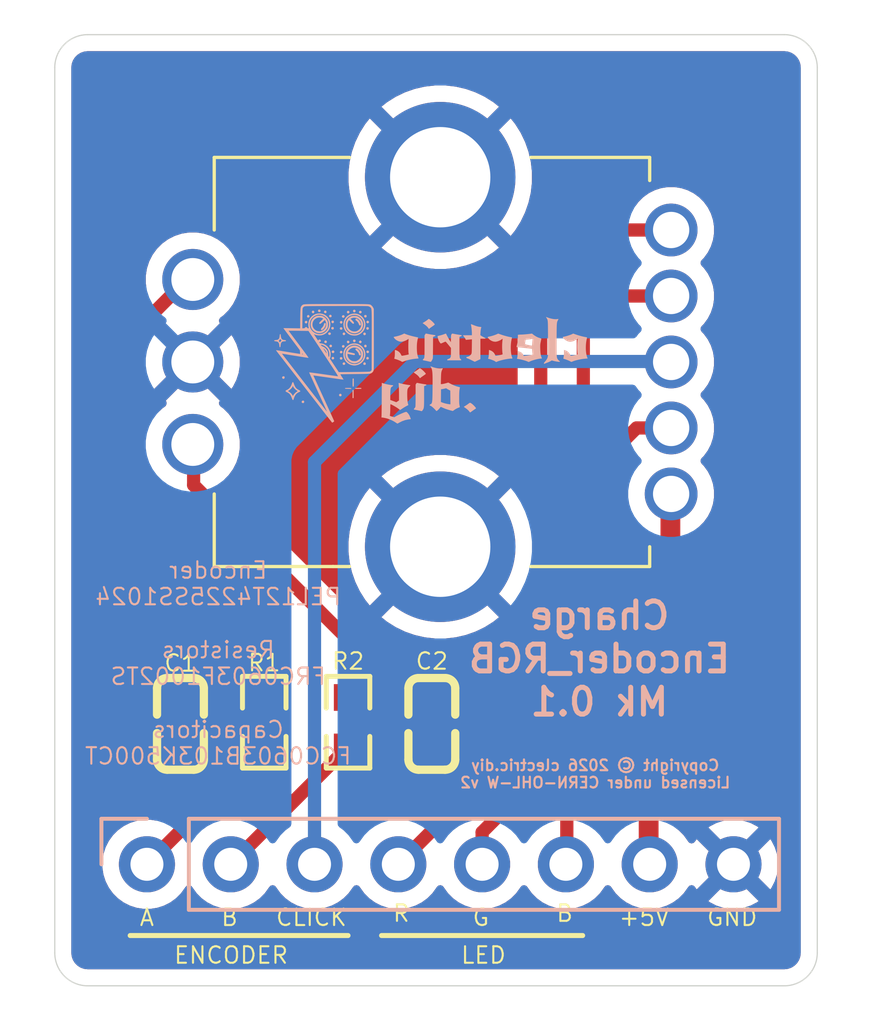
<source format=kicad_pcb>
(kicad_pcb (version 20241229) (generator "pcbnew") (generator_version "9.0")
  (title_block (title "Charge Potentiometer_RGB") (date "2026-02-20") (rev "Mk 0.1") (company "clectric.diy") (comment 1 "Copyright © 2026 clectric.diy Licensed under CERN-OHL-W v2") (comment 2 "Charles H. Leggett"))
  (layers (0 "F.Cu" signal "Front") (2 "B.Cu" signal "Back") (13 "F.Paste" user) (15 "B.Paste" user) (5 "F.SilkS" user "F.Silkscreen") (7 "B.SilkS" user "B.Silkscreen") (1 "F.Mask" user) (3 "B.Mask" user) (25 "Edge.Cuts" user))
  (net 0 "")
  (net 1 "LED_GREEN")
  (net 2 "LED_RED")
  (net 3 "LED_BLUE")
  (net 4 "ENC_A")
  (net 5 "GND")
  (net 6 "ENC_B")
  (net 7 "+5V")
  (net 8 "ENC_CLICK")
  (footprint "clectric-diy:R0603" (layer "F.Cu") (at 102.028 94.675 -90)
    (property "Reference" "R1" (at -1.8 0 0) (layer "F.SilkS") (effects (font (size 0.5 0.5) (thickness 0.0625))))
    (property "Value" "10K")
    (pad "1" smd rect (at -0.75 0 270) (size 0.81 0.86) (layers "F.Cu" "F.Mask" "F.Paste") (net 4 "ENC_A"))
    (pad "2" smd rect (at 0.75 0 270) (size 0.81 0.86) (layers "F.Cu" "F.Mask" "F.Paste") (net 4 "ENC_A"))
  )
  (footprint "clectric-diy:PEL12T4225SS1024" (layer "F.Cu") (at 107.112 83.756 -90)
    (property "Reference" "S1" (hide yes))
    (property "Value" "PEL12T-4225S-S1024" (hide yes))
    (pad "1" thru_hole circle (at -4 -7.25 270) (size 1.6 1.6) (drill 1.1) (layers "*.Cu" "*.Mask") (net 2 "LED_RED"))
    (pad "2" thru_hole circle (at -2 -7.25 270) (size 1.6 1.6) (drill 1.1) (layers "*.Cu" "*.Mask") (net 1 "LED_GREEN"))
    (pad "3" thru_hole circle (at 0 -7.25 270) (size 1.6 1.6) (drill 1.1) (layers "*.Cu" "*.Mask") (net 8 "ENC_CLICK"))
    (pad "4" thru_hole circle (at 2 -7.25 270) (size 1.6 1.6) (drill 1.1) (layers "*.Cu" "*.Mask") (net 3 "LED_BLUE"))
    (pad "5" thru_hole circle (at 4 -7.25 270) (size 1.6 1.6) (drill 1.1) (layers "*.Cu" "*.Mask") (net 7 "+5V"))
    (pad "A1" thru_hole circle (at -2.5 7.25 270) (size 1.85 1.85) (drill 1.3) (layers "*.Cu" "*.Mask") (net 4 "ENC_A"))
    (pad "B1" thru_hole circle (at 2.5 7.25 270) (size 1.85 1.85) (drill 1.3) (layers "*.Cu" "*.Mask") (net 6 "ENC_B"))
    (pad "C1" thru_hole circle (at 0 7.25 270) (size 1.85 1.85) (drill 1.3) (layers "*.Cu" "*.Mask") (net 5 "GND"))
    (pad "MH1" thru_hole circle (at -5.6 -0.25 270) (size 4.562 4.562) (drill 3.0414) (layers "*.Cu" "*.Mask") (net 5 "GND"))
    (pad "MH2" thru_hole circle (at 5.6 -0.25 270) (size 4.562 4.562) (drill 3.0414) (layers "*.Cu" "*.Mask") (net 5 "GND"))
  )
  (footprint "clectric-diy:R0603" (layer "F.Cu") (at 104.568 94.675 -90)
    (property "Reference" "R2" (at -1.85 0 0) (layer "F.SilkS") (effects (font (size 0.5 0.5) (thickness 0.0625))))
    (property "Value" "10K")
    (pad "1" smd rect (at -0.75 0 270) (size 0.81 0.86) (layers "F.Cu" "F.Mask" "F.Paste") (net 6 "ENC_B"))
    (pad "2" smd rect (at 0.75 0 270) (size 0.81 0.86) (layers "F.Cu" "F.Mask" "F.Paste") (net 6 "ENC_B"))
  )
  (footprint "clectric-diy:C0603" (layer "F.Cu") (at 107.108 94.725 -90)
    (property "Reference" "C2" (at -1.9 0 0) (layer "F.SilkS") (effects (font (size 0.5 0.5) (thickness 0.0625))))
    (property "Value" "10nF")
    (pad "1" smd rect (at -0.7 0 270) (size 0.8 0.9) (layers "F.Cu" "F.Mask" "F.Paste") (net 5 "GND"))
    (pad "2" smd rect (at 0.7 0 270) (size 0.8 0.9) (layers "F.Cu" "F.Mask" "F.Paste") (net 6 "ENC_B"))
  )
  (footprint "clectric-diy:C0603" (layer "F.Cu") (at 99.488 94.725 -90)
    (property "Reference" "C1" (at -1.84 0 0) (layer "F.SilkS") (effects (font (size 0.5 0.5) (thickness 0.0625))))
    (property "Value" "10nF")
    (pad "1" smd rect (at -0.7 0 270) (size 0.8 0.9) (layers "F.Cu" "F.Mask" "F.Paste") (net 5 "GND"))
    (pad "2" smd rect (at 0.7 0 270) (size 0.8 0.9) (layers "F.Cu" "F.Mask" "F.Paste") (net 4 "ENC_A"))
  )
  (footprint "Connector_PinHeader_2.54mm:PinHeader_1x08_P2.54mm_Vertical" (layer "B.Cu") (at 98.472 98.981 -90)
    (property "Reference" "J1" (hide yes))
    (property "Value" "Conn_01x08_Pin" (hide yes))
    (pad "1" thru_hole circle (at 0 0 270) (size 1.7 1.7) (drill 1) (layers "*.Cu" "*.Mask") (net 4 "ENC_A"))
    (pad "2" thru_hole circle (at 0 -2.54 270) (size 1.7 1.7) (drill 1) (layers "*.Cu" "*.Mask") (net 6 "ENC_B"))
    (pad "3" thru_hole circle (at 0 -5.08 270) (size 1.7 1.7) (drill 1) (layers "*.Cu" "*.Mask") (net 8 "ENC_CLICK"))
    (pad "4" thru_hole circle (at 0 -7.62 270) (size 1.7 1.7) (drill 1) (layers "*.Cu" "*.Mask") (net 2 "LED_RED"))
    (pad "5" thru_hole circle (at 0 -10.16 270) (size 1.7 1.7) (drill 1) (layers "*.Cu" "*.Mask") (net 1 "LED_GREEN"))
    (pad "6" thru_hole circle (at 0 -12.7 270) (size 1.7 1.7) (drill 1) (layers "*.Cu" "*.Mask") (net 3 "LED_BLUE"))
    (pad "7" thru_hole circle (at 0 -15.24 270) (size 1.7 1.7) (drill 1) (layers "*.Cu" "*.Mask") (net 7 "+5V"))
    (pad "8" thru_hole circle (at 0 -17.78 270) (size 1.7 1.7) (drill 1) (layers "*.Cu" "*.Mask") (net 5 "GND"))
  )
  (footprint "LOGO" (layer "B.Cu") (at 107.112 83.756 180)
    (property "Reference" "G***" (hide yes))
    (property "Value" "LOGO" (hide yes))
  )
  (gr_line (start 105.584 101.14) (end 111.68 101.14) (stroke (width 0.1524)) (layer "F.SilkS"))
  (gr_line (start 97.964 101.14) (end 104.568 101.14) (stroke (width 0.1524)) (layer "F.SilkS"))
  (gr_line (start 117.792 102.664) (end 96.678 102.664) (stroke (width 0.0381)) (layer "Edge.Cuts"))
  (gr_arc (start 118.792 101.664) (mid 118.499107 102.371107) (end 117.792 102.664) (stroke (width 0.0381)) (layer "Edge.Cuts"))
  (gr_line (start 96.678 73.835) (end 117.792 73.835) (stroke (width 0.0381)) (layer "Edge.Cuts"))
  (gr_arc (start 96.678 102.664) (mid 95.970893 102.371107) (end 95.678 101.664) (stroke (width 0.0381)) (layer "Edge.Cuts"))
  (gr_line (start 95.678 101.664) (end 95.678 74.835) (stroke (width 0.0381)) (layer "Edge.Cuts"))
  (gr_arc (start 117.792 73.835) (mid 118.499107 74.127893) (end 118.792 74.835) (stroke (width 0.0381)) (layer "Edge.Cuts"))
  (gr_line (start 118.792 74.835) (end 118.792 101.664) (stroke (width 0.0381)) (layer "Edge.Cuts"))
  (gr_arc (start 95.678 74.835) (mid 95.970893 74.127893) (end 96.678 73.835) (stroke (width 0.0381)) (layer "Edge.Cuts"))
  (gr_text "B" (at 101.266 100.886 0) (layer "F.SilkS") (effects (font (size 0.5 0.5) (thickness 0.0625)) (justify right bottom)))
  (gr_text "G" (at 108.886 100.886 0) (layer "F.SilkS") (effects (font (size 0.5 0.5) (thickness 0.0625)) (justify right bottom)))
  (gr_text "ENCODER" (at 102.79 102.029 0) (layer "F.SilkS") (effects (font (size 0.5 0.5) (thickness 0.0625)) (justify right bottom)))
  (gr_text "R\n" (at 106.473 100.759 0) (layer "F.SilkS") (effects (font (size 0.5 0.5) (thickness 0.0625)) (justify right bottom)))
  (gr_text "GND" (at 117.014 100.886 0) (layer "F.SilkS") (effects (font (size 0.5 0.5) (thickness 0.0625)) (justify right bottom)))
  (gr_text "LED" (at 109.394 102.029 0) (layer "F.SilkS") (effects (font (size 0.5 0.5) (thickness 0.0625)) (justify right bottom)))
  (gr_text "CLICK" (at 104.568 100.886 0) (layer "F.SilkS") (effects (font (size 0.5 0.5) (thickness 0.0625)) (justify right bottom)))
  (gr_text "+5V" (at 114.347 100.886 0) (layer "F.SilkS") (effects (font (size 0.5 0.5) (thickness 0.0625)) (justify right bottom)))
  (gr_text "A" (at 98.726 100.886 0) (layer "F.SilkS") (effects (font (size 0.5 0.5) (thickness 0.0625)) (justify right bottom)))
  (gr_text "B" (at 111.426 100.759 0) (layer "F.SilkS") (effects (font (size 0.5 0.5) (thickness 0.0625)) (justify right bottom)))
  (gr_text "Charge\nEncoder_RGB\nMk 0.1" (at 112.188 94.536 0) (layer "B.SilkS") (effects (font (size 0.8128 0.8128) (thickness 0.1524) (bold yes)) (justify bottom mirror)))
  (gr_text "Encoder\nPEL12T4225SS1024\n\nResistors\nFRC0603F1002TS\n\nCapacitors\nFCC0603B103K500CT" (at 100.631 92.885 0) (layer "B.SilkS") (effects (font (size 0.5 0.5) (thickness 0.0625)) (justify mirror)))
  (gr_text "Copyright © 2026 clectric.diy\nLicensed under CERN-OHL-W v2" (at 112.061 96.695 0) (layer "B.SilkS") (effects (font (size 0.32512 0.32512) (thickness 0.065024) (bold yes)) (justify bottom mirror)))
  (segment (start 112.338 81.756) (end 111.7 82.394) (width 0.4) (layer "F.Cu") (net 1))
  (segment (start 114.362 81.756) (end 112.338 81.756) (width 0.4) (layer "F.Cu") (net 1))
  (segment (start 108.632 98.008) (end 108.632 98.981) (width 0.4) (layer "F.Cu") (net 1))
  (segment (start 111.7 82.394) (end 111.7 94.94) (width 0.4) (layer "F.Cu") (net 1))
  (segment (start 111.7 94.94) (end 108.632 98.008) (width 0.4) (layer "F.Cu") (net 1))
  (segment (start 110.41 81.66) (end 110.41 94.663) (width 0.4) (layer "F.Cu") (net 2))
  (segment (start 112.314 79.756) (end 110.41 81.66) (width 0.4) (layer "F.Cu") (net 2))
  (segment (start 114.362 79.756) (end 112.314 79.756) (width 0.4) (layer "F.Cu") (net 2))
  (segment (start 110.41 94.663) (end 106.092 98.981) (width 0.4) (layer "F.Cu") (net 2))
  (segment (start 114.362 85.756) (end 113.314 85.756) (width 0.4) (layer "F.Cu") (net 3))
  (segment (start 111.2 97.31) (end 111.2 98.953) (width 0.4) (layer "F.Cu") (net 3))
  (segment (start 113.314 85.756) (end 112.8 86.27) (width 0.4) (layer "F.Cu") (net 3))
  (segment (start 111.2 98.953) (end 111.172 98.981) (width 0.4) (layer "F.Cu") (net 3))
  (segment (start 112.8 86.27) (end 112.8 95.71) (width 0.4) (layer "F.Cu") (net 3))
  (segment (start 112.8 95.71) (end 111.2 97.31) (width 0.4) (layer "F.Cu") (net 3))
  (segment (start 99.488 95.425) (end 102.028 95.425) (width 0.4) (layer "F.Cu") (net 4))
  (segment (start 97.964 87.297) (end 97.964 82.979) (width 0.4) (layer "F.Cu") (net 4))
  (segment (start 102.028 93.925) (end 102.028 91.361) (width 0.4) (layer "F.Cu") (net 4))
  (segment (start 99.687 81.256) (end 99.862 81.256) (width 0.4) (layer "F.Cu") (net 4))
  (segment (start 98.472 98.981) (end 102.028 95.425) (width 0.4) (layer "F.Cu") (net 4))
  (segment (start 97.964 82.979) (end 99.687 81.256) (width 0.4) (layer "F.Cu") (net 4))
  (segment (start 102.028 91.361) (end 97.964 87.297) (width 0.4) (layer "F.Cu") (net 4))
  (segment (start 107.108 95.425) (end 104.568 95.425) (width 0.4) (layer "F.Cu") (net 6))
  (segment (start 101.012 98.981) (end 104.568 95.425) (width 0.4) (layer "F.Cu") (net 6))
  (segment (start 99.887 87.487) (end 104.568 92.168) (width 0.4) (layer "F.Cu") (net 6))
  (segment (start 99.887 86.281) (end 99.887 87.487) (width 0.4) (layer "F.Cu") (net 6))
  (segment (start 99.862 86.256) (end 99.887 86.281) (width 0.4) (layer "F.Cu") (net 6))
  (segment (start 104.568 92.168) (end 104.568 93.925) (width 0.4) (layer "F.Cu") (net 6))
  (segment (start 114.362 87.756) (end 114.37 87.764) (width 0.6) (layer "F.Cu") (net 7))
  (segment (start 114.34 96.35) (end 114.34 87.778) (width 0.6) (layer "F.Cu") (net 7))
  (segment (start 114.34 87.778) (end 114.362 87.756) (width 0.6) (layer "F.Cu") (net 7))
  (segment (start 113.68 98.949) (end 113.68 97.01) (width 0.6) (layer "F.Cu") (net 7))
  (segment (start 113.68 97.01) (end 114.34 96.35) (width 0.6) (layer "F.Cu") (net 7))
  (segment (start 113.712 98.981) (end 113.68 98.949) (width 0.6) (layer "F.Cu") (net 7))
  (segment (start 103.552 86.789) (end 103.552 98.981) (width 0.4) (layer "B.Cu") (net 8))
  (segment (start 106.6 83.741) (end 103.552 86.789) (width 0.4) (layer "B.Cu") (net 8))
  (segment (start 114.347 83.741) (end 106.6 83.741) (width 0.4) (layer "B.Cu") (net 8))
  (segment (start 114.362 83.756) (end 114.347 83.741) (width 0.4) (layer "B.Cu") (net 8))
  (zone (net 5) (net_name "GND") (layer "F.Cu") (connect_pads (clearance 0.5)) (min_thickness 0.25) (fill yes (thermal_gap 0.5) (thermal_bridge_width 0.5))
    (polygon (pts (xy 94.235 72.835) (xy 119.785 72.785) (xy 119.785 103.785) (xy 94.235 103.835)))
  )
  (zone (net 5) (net_name "GND") (layer "B.Cu") (connect_pads (clearance 0.5)) (min_thickness 0.25) (fill yes (thermal_gap 0.5) (thermal_bridge_width 0.5))
    (polygon (pts (xy 120.837678 72.785) (xy 94.017678 72.835) (xy 94.017678 103.835) (xy 120.837678 103.785)))
  )
)
</source>
